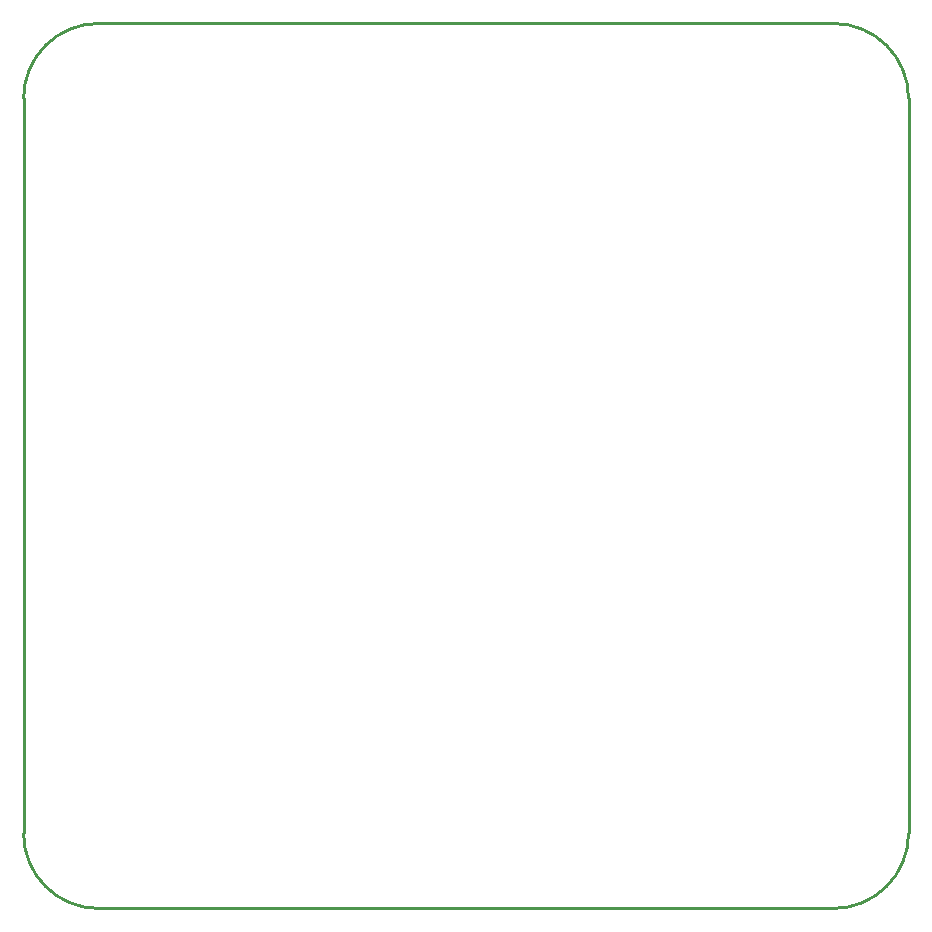
<source format=gbp>
G04 #@! TF.GenerationSoftware,KiCad,Pcbnew,6.0.0-rc1-unknown-4a641ec~66~ubuntu18.04.1*
G04 #@! TF.CreationDate,2019-02-05T16:16:11-05:00
G04 #@! TF.ProjectId,ethoscope_stepper_controller_3x3,6574686f-7363-46f7-9065-5f7374657070,1.1*
G04 #@! TF.SameCoordinates,Original*
G04 #@! TF.FileFunction,Paste,Bot*
G04 #@! TF.FilePolarity,Positive*
%FSLAX46Y46*%
G04 Gerber Fmt 4.6, Leading zero omitted, Abs format (unit mm)*
G04 Created by KiCad (PCBNEW 6.0.0-rc1-unknown-4a641ec~66~ubuntu18.04.1) date 2019-02-05 16:16:11*
%MOMM*%
%LPD*%
G04 APERTURE LIST*
%ADD10C,0.228600*%
G04 APERTURE END LIST*
D10*
X189865000Y-132715000D02*
X189865000Y-70485000D01*
X121285000Y-139065000D02*
X183515000Y-139065000D01*
X114935000Y-70485000D02*
X114935000Y-132715000D01*
X121285000Y-64135000D02*
X183515000Y-64135000D01*
X189865000Y-132715000D02*
G75*
G02X183515000Y-139065000I-6350000J0D01*
G01*
X121285000Y-139065000D02*
G75*
G02X114935000Y-132715000I0J6350000D01*
G01*
X183515000Y-64135000D02*
G75*
G02X189865000Y-70485000I0J-6350000D01*
G01*
X114935000Y-70485000D02*
G75*
G02X121285000Y-64135000I6350000J0D01*
G01*
M02*

</source>
